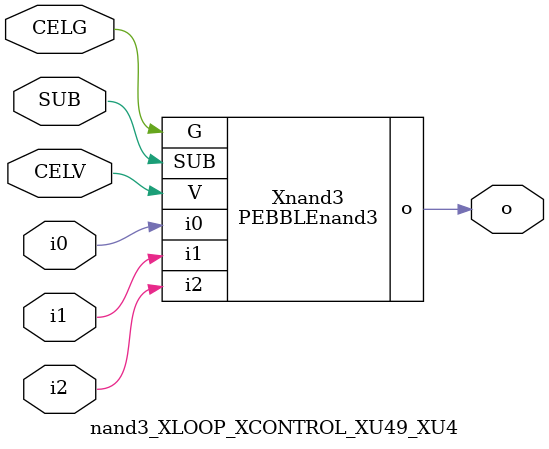
<source format=v>



module PEBBLEnand3 ( o, G, SUB, V, i0, i1, i2 );

  input i0;
  input V;
  input i2;
  input i1;
  input G;
  output o;
  input SUB;
endmodule

//Celera Confidential Do Not Copy nand3_XLOOP_XCONTROL_XU49_XU4
//Celera Confidential Symbol Generator
//5V Inverter
module nand3_XLOOP_XCONTROL_XU49_XU4 (CELV,CELG,i0,i1,i2,o,SUB);
input CELV;
input CELG;
input i0;
input i1;
input i2;
input SUB;
output o;

//Celera Confidential Do Not Copy nand3
PEBBLEnand3 Xnand3(
.V (CELV),
.i0 (i0),
.i1 (i1),
.i2 (i2),
.o (o),
.SUB (SUB),
.G (CELG)
);
//,diesize,PEBBLEnand3

//Celera Confidential Do Not Copy Module End
//Celera Schematic Generator
endmodule

</source>
